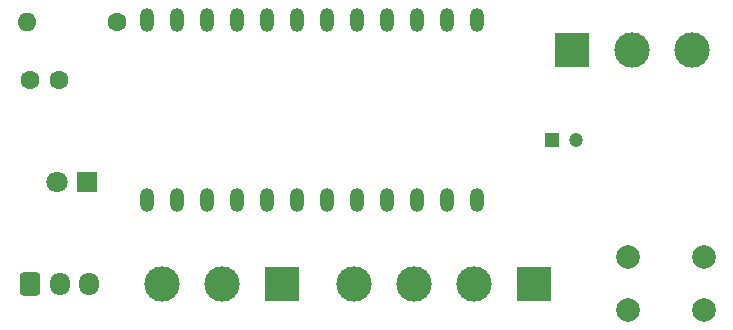
<source format=gbr>
%TF.GenerationSoftware,KiCad,Pcbnew,8.0.4*%
%TF.CreationDate,2024-08-22T00:59:55+02:00*%
%TF.ProjectId,feed-selector-v2,66656564-2d73-4656-9c65-63746f722d76,rev?*%
%TF.SameCoordinates,Original*%
%TF.FileFunction,Soldermask,Bot*%
%TF.FilePolarity,Negative*%
%FSLAX46Y46*%
G04 Gerber Fmt 4.6, Leading zero omitted, Abs format (unit mm)*
G04 Created by KiCad (PCBNEW 8.0.4) date 2024-08-22 00:59:55*
%MOMM*%
%LPD*%
G01*
G04 APERTURE LIST*
G04 Aperture macros list*
%AMRoundRect*
0 Rectangle with rounded corners*
0 $1 Rounding radius*
0 $2 $3 $4 $5 $6 $7 $8 $9 X,Y pos of 4 corners*
0 Add a 4 corners polygon primitive as box body*
4,1,4,$2,$3,$4,$5,$6,$7,$8,$9,$2,$3,0*
0 Add four circle primitives for the rounded corners*
1,1,$1+$1,$2,$3*
1,1,$1+$1,$4,$5*
1,1,$1+$1,$6,$7*
1,1,$1+$1,$8,$9*
0 Add four rect primitives between the rounded corners*
20,1,$1+$1,$2,$3,$4,$5,0*
20,1,$1+$1,$4,$5,$6,$7,0*
20,1,$1+$1,$6,$7,$8,$9,0*
20,1,$1+$1,$8,$9,$2,$3,0*%
G04 Aperture macros list end*
%ADD10O,1.200000X2.000000*%
%ADD11R,1.200000X1.200000*%
%ADD12C,1.200000*%
%ADD13C,1.600000*%
%ADD14O,1.600000X1.600000*%
%ADD15R,3.000000X3.000000*%
%ADD16C,3.000000*%
%ADD17C,2.000000*%
%ADD18R,1.800000X1.800000*%
%ADD19C,1.800000*%
%ADD20RoundRect,0.250000X-0.600000X-0.725000X0.600000X-0.725000X0.600000X0.725000X-0.600000X0.725000X0*%
%ADD21O,1.700000X1.950000*%
G04 APERTURE END LIST*
D10*
%TO.C,PRO_MINI1*%
X41910000Y-59436000D03*
X44450000Y-59436000D03*
X46990000Y-59436000D03*
X49530000Y-59436000D03*
X52070000Y-59436000D03*
X54610000Y-59436000D03*
X57150000Y-59436000D03*
X59690000Y-59436000D03*
X62230000Y-59436000D03*
X64770000Y-59436000D03*
X67310000Y-59436000D03*
X69850000Y-59436000D03*
X69850000Y-44196000D03*
X67310000Y-44196000D03*
X64770000Y-44196000D03*
X62230000Y-44196000D03*
X59690000Y-44196000D03*
X57150000Y-44196000D03*
X54610000Y-44196000D03*
X52070000Y-44196000D03*
X49530000Y-44196000D03*
X46990000Y-44196000D03*
X44450000Y-44196000D03*
X41910000Y-44196000D03*
%TD*%
D11*
%TO.C,C1*%
X76200000Y-54356000D03*
D12*
X78200000Y-54356000D03*
%TD*%
D13*
%TO.C,R1*%
X39370000Y-44414000D03*
D14*
X31750000Y-44414000D03*
%TD*%
D15*
%TO.C,J1*%
X74676000Y-66548000D03*
D16*
X69596000Y-66548000D03*
X64516000Y-66548000D03*
X59436000Y-66548000D03*
%TD*%
D15*
%TO.C,J3*%
X53340000Y-66548000D03*
D16*
X48260000Y-66548000D03*
X43180000Y-66548000D03*
%TD*%
D17*
%TO.C,SW1*%
X89102000Y-68798000D03*
X82602000Y-68798000D03*
X89102000Y-64298000D03*
X82602000Y-64298000D03*
%TD*%
D15*
%TO.C,J2*%
X77920000Y-46736000D03*
D16*
X83000000Y-46736000D03*
X88080000Y-46736000D03*
%TD*%
D18*
%TO.C,D1*%
X36835000Y-57912000D03*
D19*
X34295000Y-57912000D03*
%TD*%
D20*
%TO.C,J4*%
X32044000Y-66531000D03*
D21*
X34544000Y-66531000D03*
X37044000Y-66531000D03*
%TD*%
D13*
%TO.C,C3*%
X32004000Y-49276000D03*
X34504000Y-49276000D03*
%TD*%
M02*

</source>
